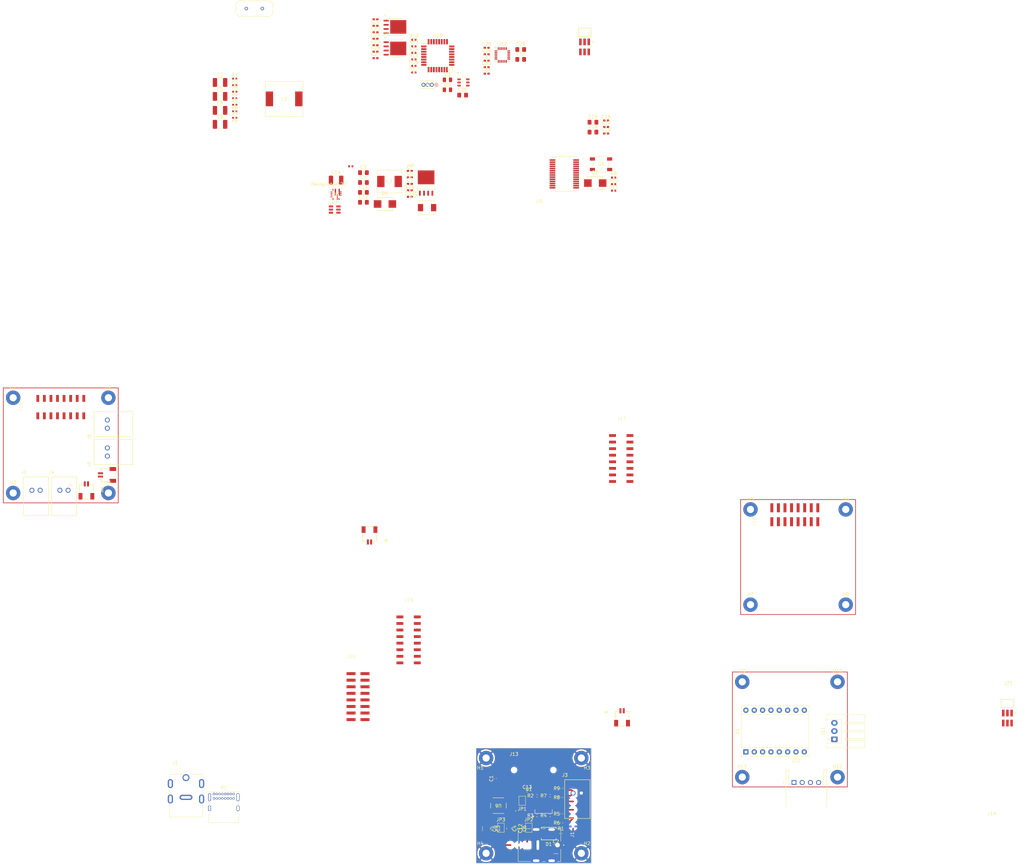
<source format=kicad_pcb>
(kicad_pcb (version 20240108) (generator "pcbnew") (generator_version "8.0")
  (layers (0 "F.Cu" signal) (31 "B.Cu" signal) (34 "B.Paste" user) (35 "F.Paste" user) (36 "B.SilkS" user "B.Silkscreen") (37 "F.SilkS" user "F.Silkscreen") (38 "B.Mask" user) (39 "F.Mask" user) (44 "Edge.Cuts" user))
  (net 0 "")
  (net 1 "GND")
  (net 2 "+5V_POW")
  (net 3 "M1")
  (net 4 "DIR")
  (net 5 "M0")
  (net 6 "STP_A2")
  (net 7 "STP_B1")
  (net 8 "STEP")
  (net 10 "STP_A1")
  (net 11 "+12V")
  (net 13 "M2")
  (net 14 "STP_B2")
  (net 15 "Net-(U3-BOOT)")
  (net 16 "Net-(U3-SW)")
  (net 17 "Net-(U3-FB)")
  (net 18 "PWR_IN_PROT")
  (net 19 "GND3")
  (net 20 "GND2")
  (net 21 "Net-(U3-SS)")
  (net 22 "Net-(U4-SW)")
  (net 23 "Net-(U4-VBST)")
  (net 24 "+5V_USBC")
  (net 25 "+3V3")
  (net 26 "Net-(P1-SHIELD)")
  (net 27 "Quartz_1")
  (net 28 "Quartz_2")
  (net 29 "ADC0")
  (net 30 "ADC1")
  (net 31 "ADC2")
  (net 32 "ADC3")
  (net 33 "+24V")
  (net 34 "LED_0")
  (net 35 "Net-(D3-K)")
  (net 36 "LED_1")
  (net 37 "Net-(D4-K)")
  (net 38 "Fan_Versorgung")
  (net 39 "Net-(U7-OUT2)")
  (net 40 "Net-(U7-OUT1)")
  (net 41 "Net-(U8-D)")
  (net 42 "Net-(U9-D)")
  (net 43 "MOSI")
  (net 44 "SDA")
  (net 45 "RESET")
  (net 46 "TXD")
  (net 47 "RXD")
  (net 48 "SCL")
  (net 49 "MISO")
  (net 50 "SCK")
  (net 51 "USBD-")
  (net 52 "USBD+")
  (net 53 "Net-(P1-VCONN)")
  (net 54 "Net-(P1-CC)")
  (net 55 "Net-(U1-G)")
  (net 56 "Net-(U3-PG)")
  (net 57 "Net-(U3-MODE)")
  (net 58 "Net-(U4-VFB)")
  (net 59 "AREF")
  (net 75 "unconnected-(U6-Pad3)")
  (net 77 "FAN_01_PWM_clockwise")
  (net 78 "FAN_01_PWM_counterclockwise")
  (net 79 "FAN_2_PWM")
  (net 80 "FAN_3_PWM")
  (net 85 "BLT_Switch")
  (net 87 "BLT_Servo")
  (footprint "Resistor_SMD:R_0402_1005Metric" (layer "F.Cu") (at 185.5 140.69 90)
    (property "Reference" "R8")
    (property "Value" "10k")
  )
  (footprint "MountingHole:MountingHole_2.2mm_M2_Pad_TopBottom" (layer "F.Cu") (at 269.5 105.5)
    (property "Reference" "H10")
    (property "Value" "MountHole")
  )
  (footprint "Resistor_SMD:R_0402_1005Metric" (layer "F.Cu") (at 182 140.2 180)
    (property "Reference" "R7")
    (property "Value" "54.9k")
  )
  (footprint "Capacitor_SMD:C_1210_3225Metric_Pad1.33x2.70mm_HandSolder" (layer "F.Cu") (at 116.83 -47.27)
    (property "Reference" "C14")
    (property "Value" "22µF")
  )
  (footprint "Imported_Component_Footprints:TPM16050_S6TR" (layer "F.Cu") (at 155.604 -76.9935)
    (property "Reference" "U7")
    (property "Value" "TPM16050-S6TR")
  )
  (footprint "Resistor_SMD:R_0402_1005Metric" (layer "F.Cu") (at 185.25 151.7 -90)
    (property "Reference" "R1")
    (property "Value" "100k")
  )
  (footprint "Capacitor_SMD:C_0402_1005Metric_Pad0.74x0.62mm_HandSolder" (layer "F.Cu") (at 139.3 -46.12)
    (property "Reference" "C7")
    (property "Value" "100nF")
  )
  (footprint "Resistor_SMD:R_0402_1005Metric" (layer "F.Cu") (at 140.51 -80.04)
    (property "Reference" "R17")
    (property "Value" "330")
  )
  (footprint "Capacitor_SMD:C_0805_2012Metric_Pad1.18x1.45mm_HandSolder" (layer "F.Cu") (at 173.03 -87.03)
    (property "Reference" "C29")
    (property "Value" "4.7uF")
  )
  (footprint "Capacitor_SMD:C_0402_1005Metric_Pad0.74x0.62mm_HandSolder" (layer "F.Cu") (at 199.05 -61.47)
    (property "Reference" "C18")
    (property "Value" "100nF")
  )
  (footprint "LED_SMD:LED_0805_2012Metric" (layer "F.Cu") (at 150.74 -77.815)
    (property "Reference" "D3")
    (property "Value" "YELLOW")
  )
  (footprint "MountingHole:MountingHole_2.2mm_M2_Pad_TopBottom" (layer "F.Cu") (at 240.5 105.5)
    (property "Reference" "H9")
    (property "Value" "MountHole")
  )
  (footprint "Resistor_SMD:R_0402_1005Metric" (layer "F.Cu") (at 140.51 -84.02)
    (property "Reference" "R15")
    (property "Value" "4k7")
  )
  (footprint "Resistor_SMD:R_0402_1005Metric" (layer "F.Cu") (at 201.34 -48.03)
    (property "Reference" "R9")
    (property "Value" "5k1")
  )
  (footprint "Capacitor_SMD:C_1210_3225Metric_Pad1.33x2.70mm_HandSolder" (layer "F.Cu") (at 81.5 -68.5)
    (property "Reference" "C8")
    (property "Value" "47µF")
  )
  (footprint "Capacitor_SMD:C_0402_1005Metric_Pad0.74x0.62mm_HandSolder" (layer "F.Cu") (at 128.83 -94.24)
    (property "Reference" "C22")
    (property "Value" "18pF")
  )
  (footprint "Capacitor_SMD:C_0402_1005Metric_Pad0.74x0.62mm_HandSolder" (layer "F.Cu") (at 128.83 -86.36)
    (property "Reference" "C26")
    (property "Value" "0.1µF")
  )
  (footprint "Capacitor_SMD:C_0402_1005Metric_Pad0.74x0.62mm_HandSolder" (layer "F.Cu") (at 128.83 -88.33)
    (property "Reference" "C25")
    (property "Value" "0.1µF")
  )
  (footprint "Sensor_Motion:InvenSense_QFN-24_4x4mm_P0.5mm" (layer "F.Cu") (at 167.45 -85.36)
    (property "Reference" "U12")
    (property "Value" "MPU-6050")
  )
  (footprint "MountingHole:MountingHole_2.2mm_M2_Pad_TopBottom" (layer "F.Cu") (at 243 82)
    (property "Reference" "H7")
    (property "Value" "MountHole")
  )
  (footprint "CustomFotLibByJan:BF100-16-A-D-1-0640-L-C" (layer "F.Cu") (at 26 24.5 90)
    (property "Reference" "J16")
    (property "Value" "Steckverbinder_Male_1")
  )
  (footprint "Imported_Component_Footprints:FTSH-103-01-L-DH" (layer "F.Cu") (at 192.485 -87.825)
    (property "Reference" "J14")
    (property "Value" "Microstepping")
  )
  (footprint "Imported_Component_Footprints:SZ1SMB5927BT3G" (layer "F.Cu") (at 144.5292 -38.8836)
    (property "Reference" "U2")
    (property "Value" "SZ1SMB5927BT3G")
  )
  (footprint "Capacitor_SMD:C_0402_1005Metric_Pad0.74x0.62mm_HandSolder" (layer "F.Cu") (at 128.83 -90.3)
    (property "Reference" "C24")
    (property "Value" "0.1µF")
  )
  (footprint "MountingHole:MountingHole_2.2mm_M2_Pad_TopBottom" (layer "F.Cu") (at 272 53)
    (property "Reference" "H6")
    (property "Value" "MountHole")
  )
  (footprint "Resistor_SMD:R_0402_1005Metric" (layer "F.Cu") (at 140.51 -82.03)
    (property "Reference" "R16")
    (property "Value" "330")
  )
  (footprint "Resistor_SMD:R_0402_1005Metric" (layer "F.Cu") (at 85.96 -66.19)
    (property "Reference" "R7")
    (property "Value" "54.9k")
  )
  (footprint "Imported_Component_Footprints:RJK0456DPB_00_J5" (layer "F.Cu") (at 134.745 -87.3511)
    (property "Reference" "U9")
    (property "Value" "RJK0456DPB-00-J5")
  )
  (footprint "Capacitor_SMD:C_0402_1005Metric_Pad0.74x0.62mm_HandSolder" (layer "F.Cu") (at 128.83 -96.21)
    (property "Reference" "C21" (hide yes))
    (property "Value" "100nF")
  )
  (footprint "Resistor_SMD:R_0402_1005Metric" (layer "F.Cu") (at 185.5 145.69 -90)
    (property "Reference" "R5")
    (property "Value" "30.1k")
  )
  (footprint "Resistor_SMD:R_0402_1005Metric" (layer "F.Cu") (at 140.51 -89.99)
    (property "Reference" "R12")
    (property "Value" "4k7")
  )
  (footprint "Resistor_SMD:R_0402_1005Metric" (layer "F.Cu") (at 121.29 -51.47)
    (property "Reference" "R8")
    (property "Value" "10k")
  )
  (footprint "Capacitor_SMD:C_1210_3225Metric_Pad1.33x2.70mm_HandSolder" (layer "F.Cu") (at 183.75 156.45)
    (property "Reference" "C2")
    (property "Value" "22nF")
  )
  (footprint "MountingHole:MountingHole_2.2mm_M2_Pad_TopBottom" (layer "F.Cu") (at 240.5 134.5)
    (property "Reference" "H11")
    (property "Value" "MountHole")
  )
  (footprint "Module:Pololu_Breakout-16_15.2x20.3mm" (layer "F.Cu") (at 241.61 126.84 90)
    (property "Reference" "A1")
    (property "Value" "Pololu_Breakout_DRV8825")
  )
  (footprint "MountingHole:MountingHole_2.2mm_M2_Pad_TopBottom" (layer "F.Cu") (at 47.5 19)
    (property "Reference" "H2")
    (property "Value" "MountHole")
  )
  (footprint "Imported_Component_Footprints:665102131822" (layer "F.Cu") (at 127 61 180)
    (property "Reference" "J8")
    (property "Value" "T2")
  )
  (footprint "Imported_Component_Footprints:RJK0456DPB_00_J5" (layer "F.Cu") (at 134.745 -93.9137)
    (property "Reference" "U8" (hide yes))
    (property "Value" "RJK0456DPB-00-J5")
  )
  (footprint "MountingHole:MountingHole_2.2mm_M2_Pad_TopBottom" (layer "F.Cu") (at 18.5 19)
    (property "Reference" "H1")
    (property "Value" "MountHole")
  )
  (footprint "Imported_Component_Footprints:665102131822" (layer "F.Cu") (at 47 42.5 90)
    (property "Reference" "J10")
    (property "Value" "T3")
  )
  (footprint "Capacitor_SMD:C_1210_3225Metric_Pad1.33x2.70mm_HandSolder" (layer "F.Cu") (at 81.5 -77)
    (property "Reference" "C2")
    (property "Value" "22nF")
  )
  (footprint "Imported_Component_Footprints:665102131822" (layer "F.Cu") (at 203.9 116.225)
    (property "Reference" "J9")
    (property "Value" "T2")
  )
  (footprint "Capacitor_SMD:C_0402_1005Metric_Pad0.74x0.62mm_HandSolder" (layer "F.Cu") (at 199.05 -65.41)
    (property "Reference" "C16")
    (property "Value" "100nF")
  )
  (footprint "Imported_Component_Footprints:CONN_S2B-XH-A-1LFSN_JST" (layer "F.Cu") (at 189 139.375)
    (property "Reference" "J3")
    (property "Value" "FAN0")
  )
  (footprint "Imported_Component_Footprints:CONN_S2B-XH-A-1LFSN_JST" (layer "F.Cu") (at 32.725 47.1715)
    (property "Reference" "J4")
    (property "Value" "FAN1")
  )
  (footprint "Resistor_SMD:R_0402_1005Metric" (layer "F.Cu") (at 85.96 -72.16)
    (property "Reference" "R4")
    (property "Value" "1k58")
  )
  (footprint "Jumper:SolderJumper-2_P1.3mm_Bridged_Pad1.0x1.5mm" (layer "F.Cu") (at 175.5 149.91 90)
    (property "Reference" "JP2")
    (property "Value" "MEASO")
  )
  (footprint "Resistor_SMD:R_0402_1005Metric" (layer "F.Cu") (at 185.5 148.45 -90)
    (property "Reference" "R6")
    (property "Value" "10")
  )
  (footprint "Imported_Component_Footprints:CUI_PJ-082BH" (layer "F.Cu") (at 175 155.2 -90)
    (property "Reference" "J1")
    (property "Value" "PJ-082BH")
  )
  (footprint "LED_SMD:LED_0805_2012Metric" (layer "F.Cu") (at 150.74 -74.775)
    (property "Reference" "D4")
    (property "Value" "YELLOW")
  )
  (footprint "Capacitor_SMD:C_1210_3225Metric_Pad1.33x2.70mm_HandSolder" (layer "F.Cu") (at 162.75 150.18 -90)
    (property "Reference" "C5")
    (property "Value" "10µF")
  )
  (footprint "Imported_Component_Footprints:XTAL_ECS-160-18-4X-CKM" (layer "F.Cu") (at 91.94 -99.5)
    (property "Reference" "Y1" (hide yes))
    (property "Value" "ECS-160-18-4X-CKM")
  )
  (footprint "Imported_Component_Footprints:824521241" (layer "F.Cu") (at 195.735 -46.365)
    (property "Reference" "D2")
    (property "Value" "WE-TVSP_DO-214AA_600W_BI")
  )
  (footprint "CustomFotLibByJan:BF100-16-A-D-1-0640-L-C" (layer "F.Cu") (at 136.253499 85.725)
    (property "Reference" "J19")
    (property "Value" "Steckverbinder_Male_2")
  )
  (footprint "Imported_Component_Footprints:JST_XH_S3B-XH-A_1x03_P2.50mm_Horizontal" (layer "F.Cu") (at 268.55 123 90)
    (property "Reference" "J11")
    (property "Value" "Servo Motor SM")
  )
  (footprint "MountingHole:MountingHole_2.2mm_M2_Pad_TopBottom" (layer "F.Cu") (at 18.5 48)
    (property "Reference" "H3")
    (property "Value" "MountHole")
  )
  (footprint "Resistor_SMD:R_0402_1005Metric" (layer "F.Cu") (at 85.96 -74.15)
    (property "Reference" "R3")
    (property "Value" "30k")
  )
  (footprint "Capacitor_SMD:C_0402_1005Metric_Pad0.74x0.62mm_HandSolder" (layer "F.Cu") (at 162.67 -81.64)
    (property "Reference" "C33")
    (property "Value" "100nF")
  )
  (footprint "MountingHole:MountingHole_2.2mm_M2_Pad_TopBottom" (layer "F.Cu") (at 191.5 157.7)
    (property "Reference" "H2")
    (property "Value" "MountHole")
  )
  (footprint "Resistor_SMD:R_0402_1005Metric" (layer "F.Cu") (at 85.96 -78.13)
    (property "Reference" "R1")
    (property "Value" "100k")
  )
  (footprint "CustomFotLibByJan:BF030-16A-B1-0360-0277-0600-LB" (layer "F.Cu") (at 121.375 103)
    (property "Reference" "J20")
    (property "Value" "Steckverbinder_Female_2")
  )
  (footprint "Resistor_SMD:R_0402_1005Metric" (layer "F.Cu") (at 201.34 -46.04)
    (property "Reference" "R10")
    (property "Value" "5k1")
  )
  (footprint "Imported_Component_Footprints:FTS_103_01_F_S" (layer "F.Cu") (at 145.9702 -76.295)
    (property "Reference" "J2")
    (property "Value" "Fan_12/5V_Regelung")
  )
  (footprint "Imported_Component_Footprints:824521241" (layer "F.Cu") (at 131.705 -39.995)
    (property "Reference" "D1")
    (property "Value" "WE-TVSP_DO-214AA_600W_BI")
  )
  (footprint "Imported_Component_Footprints:IHLP2525CZER3R3M11" (layer "F.Cu") (at 133.0969 -46.8493)
    (property "Reference" "L2")
    (property "Value" "3.3µH")
  )
  (footprint "Imported_Component_Footprints:TPS56837HRPAR" (layer "F.Cu") (at 116.825002 -42.920001)
    (property "Reference" "U3")
    (property "Value" "TPS56837HRPAR")
  )
  (footprint "Capacitor_SMD:C_0805_2012Metric_Pad1.18x1.45mm_HandSolder" (layer "F.Cu") (at 173.03 -84.02)
    (property "Reference" "C32")
    (property "Value" "4.7uF")
  )
  (footprint "Imported_Component_Footprints:SW_PTS647SM38SMTR2LFS_CNK" (layer "F.Cu") (at 166.25 143.2 180)
    (property "Reference" "U6")
    (property "Value" "PTS647SM38SMTR2LFS")
  )
  (footprint "Imported_Component_Footprints:FTSH-103-01-L-DH" (layer "F.Cu") (at 321.23 116.525)
    (property "Reference" "J21")
    (property "Value" "ISP")
  )
  (footprint "Imported_Component_Footprints:824521241" (layer "F.Cu") (at 181.5625 151.7 180)
    (property "Reference" "D1")
    (property "Value" "WE-TVSP_DO-214AA_600W_BI")
  )
  (footprint "Capacitor_SMD:C_0805_2012Metric_Pad1.18x1.45mm_HandSolder" (layer "F.Cu") (at 195.04 -64.89)
    (property "Reference" "C15")
    (property "Value" "10µF")
  )
  (footprint "Capacitor_SMD:C_0402_1005Metric_Pad0.74x0.62mm_HandSolder" (layer "F.Cu") (at 162.67 -85.58)
    (property "Reference" "C30")
    (property "Value" "100nF")
  )
  (footprint "Capacitor_SMD:C_0805_2012Metric_Pad1.18x1.45mm_HandSolder" (layer "F.Cu") (at 195.04 -61.88)
    (property "Reference" "C19")
    (property "Value" "1uF")
  )
  (footprint "Capacitor_SMD:C_0402_1005Metric_Pad0.74x0.62mm_HandSolder" (layer "F.Cu") (at 199.05 -63.44)
    (property "Reference" "C17")
    (property "Value" "100nF")
  )
  (footprint "Imported_Component_Footprints:JST_S4B-XH-A-1" (layer "F.Cu") (at 260 138)
    (property "Reference" "J12")
    (property "Value" "Stepper Motor")
  )
  (footprint "CustomFotLibByJan:BF030-16A-B1-0360-0277-0600-LB" (layer "F.Cu") (at 249.5 56.75 90)
    (property "Reference" "J18")
    (property "Value" "Steckverbinder_Female_2")
  )
  (footprint "Capacitor_SMD:C_0805_2012Metric_Pad1.18x1.45mm_HandSolder" (layer "F.Cu") (at 164.5 150.16 -90)
    (property "Reference" "C3")
    (property "Value" "10µF")
  )
  (footprint "Capacitor_SMD:C_0805_2012Metric_Pad1.18x1.45mm_HandSolder" (layer "F.Cu") (at 125.15 -43.52)
    (property "Reference" "C11")
    (property "Value" "10µF")
  )
  (footprint "Imported_Component_Footprints:CONN_S2B-XH-A-1LFSN_JST" (layer "F.Cu") (at 47.1715 36.775 90)
    (property "Reference" "J5")
    (property "Value" "FAN2")
  )
  (footprint "MountingHole:MountingHole_2.2mm_M2_Pad_TopBottom" (layer "F.Cu") (at 162.5 128.7)
    (property "Reference" "H1")
    (property "Value" "MountHole")
  )
  (footprint "Imported_Component_Footprints:SW_PTS647SM38SMTR2LFS_CNK" (layer "F.Cu") (at 197.4911 -52.0969)
    (property "Reference" "U6")
    (property "Value" "PTS647SM38SMTR2LFS")
  )
  (footprint "Imported_Component_Footprints:SPM10040T_4R7M_HZ" (layer "F.Cu") (at 101 -72)
    (property "Reference" "L1")
    (property "Value" "4.7µH")
  )
  (footprint "Capacitor_SMD:C_1210_3225Metric_Pad1.33x2.70mm_HandSolder" (layer "F.Cu") (at 81.5 -72.75)
    (property "Reference" "C5")
    (property "Value" "10µF")
  )
  (footprint "Jumper:SolderJumper-2_P1.3mm_Bridged_Pad1.0x1.5mm" (layer "F.Cu") (at 173.5 141.7 90)
    (property "Reference" "JP1")
    (property "Value" "MEASO")
  )
  (footprint "Capacitor_SMD:C_0402_1005Metric_Pad0.74x0.62mm_HandSolder" (layer "F.Cu") (at 139.3 -48.09)
    (property "Reference" "C6")
    (property "Value" "100nF")
  )
  (footprint "Imported_Component_Footprints:CUI_PJ-082BH" (layer "F.Cu") (at 71.125 143.925)
    (property "Reference" "J1")
    (property "Value" "PJ-082BH")
  )
  (footprint "Capacitor_SMD:C_1210_3225Metric_Pad1.33x2.70mm_HandSolder" (layer "F.Cu") (at 81.5 -64.25)
    (property "Reference" "C9")
    (property "Value" "22nF")
  )
  (footprint "Capacitor_SMD:C_0805_2012Metric_Pad1.18x1.45mm_HandSolder" (layer "F.Cu") (at 125.15 -46.53)
    (property "Reference" "C4")
    (property "Value" "10µF")
  )
  (footprint "Capacitor_SMD:C_0402_1005Metric_Pad0.74x0.62mm_HandSolder" (layer "F.Cu") (at 173 150.16 -90)
    (property "Reference" "C6")
    (property "Value" "100nF")
  )
  (footprint "MountingHole:MountingHole_2.2mm_M2_Pad_TopBottom" (layer "F.Cu") (at 47.5 48)
    (property "Reference" "H4")
    (property "Value" "MountHole")
  )
  (footprint "MountingHole:MountingHole_2.2mm_M2_Pad_TopBottom" (layer "F.Cu") (at 191.5 128.7)
    (property "Reference" "H3")
    (property "Value" "MountHole")
  )
  (footprint "CustomFotLibByJan:BF100-16-A-D-1-0640-L-C" (layer "F.Cu") (at 201 30.5)
    (property "Reference" "J17")
    (property "Value" "Steckverbinder_Male_2")
  )
  (footprint "Resistor_SMD:R_0402_1005Metric" (layer "F.Cu") (at 85.96 -70.17)
    (property "Reference" "R5")
    (property "Value" "30.1k")
  )
  (footprint "Resistor_SMD:R_0402_1005Metric" (layer "F.Cu") (at 85.96 -76.14)
    (property "Reference" "R2")
    (property "Value" "100k")
  )
  (footprint "MountingHole:MountingHole_2.2mm_M2_Pad_TopBottom" (layer "F.Cu") (at 272 82)
    (property "Reference" "H8")
    (property "Value" "MountHole")
  )
  (footprint "Capacitor_SMD:C_0805_2012Metric_Pad1.18x1.45mm_HandSolder" (layer "F.Cu") (at 125.15 -49.54)
    (property "Reference" "C3")
    (property "Value" "10µF")
  )
  (footprint "Resistor_SMD:R_0402_1005Metric" (layer "F.Cu") (at 85.96 -68.18)
    (property "Reference" "R6")
    (property "Value" "10")
  )
  (footprint "Package_SO:SSOP-28_5.3x10.2mm_P0.65mm" (layer "F.Cu") (at 186.31 -49.15)
    (property "Reference" "U5")
    (property "Value" "FT232RL")
  )
  (footprint "Capacitor_SMD:C_0402_1005Metric_Pad0.74x0.62mm_HandSolder" (layer "F.Cu") (at 139.3 -44.15)
    (property "Reference" "C10")
    (property "Value" "100nF")
  )
  (footprint "Capacitor_SMD:C_0402_1005Metric_Pad0.74x0.62mm_HandSolder" (layer "F.Cu") (at 128.83 -92.27)
    (property "Reference" "C23")
    (property "Value" "18pF")
  )
  (footprint "Resistor_SMD:R_0402_1005Metric" (layer "F.Cu") (at 177.99 146.2)
    (property "Reference" "R3")
    (property "Value" "30k")
  )
  (footprint "Imported_Component_Footprints:SQJ409EP_T1_GE3" (layer "F.Cu") (at 180 143.19)
    (property "Reference" "U1")
    (property "Value" "SQJ409EP-T1_GE3")
  )
  (footprint "Jumper:SolderJumper-2_P1.3mm_Bridged_Pad1.0x1.5mm" (layer "F.Cu") (at 167 149.91 90)
    (property "Reference" "JP3")
    (property "Value" "MEASO")
  )
  (footprint "Capacitor_SMD:C_0402_1005Metric_Pad0.74x0.62mm_HandSolder" (layer "F.Cu") (at 162.67 -87.55)
    (property "Reference" "C28")
    (property "Value" "100nF")
  )
  (footprint "Imported_Component_Footprints:CONN_S2B-XH-A-1LFSN_JST" (layer "F.Cu") (at 47.1715 28.275 90)
    (property "Reference" "J6")
    (property "Value" "FAN3")
  )
  (footprint "MountingHole:MountingHole_2.2mm_M2_Pad_TopBottom" (layer "F.Cu") (at 162.5 157.7)
    (property "Reference" "H4")
    (property "Value" "MountHole")
  )
  (footprint "Capacitor_SMD:C_0402_1005Metric_Pad0.74x0.62mm_HandSolder" (layer "F.Cu") (at 128.83 -84.39)
    (property "Reference" "C27")
    (property "Value" "0.1µF")
  )
  (footprint "Capacitor_SMD:C_0402_1005Metric_Pad0.74x0.62mm_HandSolder" (layer "F.Cu") (at 175.02 138.7)
    (property "Reference" "C13")
    (property "Value" "100nF")
  )
  (footprint "Resistor_SMD:R_0402_1005Metric" (layer "F.Cu") (at 185.5 137.94 90)
    (property "Reference" "R9")
    (property "Value" "5k1")
  )
  (footprint "MountingHole:MountingHole_2.2mm_M2_Pad_TopBottom" (layer "F.Cu") (at 243 53)
    (property "Reference" "H5")
    (property "Value" "MountHole")
  )
  (footprint "MountingHole:MountingHole_2.2mm_M2_Pad_TopBottom" (layer "F.Cu") (at 269.5 134.5)
    (property "Reference" "H12")
    (property "Value" "MountHole")
  )
  (footprint "Connector_USB:USB_C_Receptacle_GCT_USB4085" (layer "F.Cu") (at 79.65 139.65)
    (property "Reference" "P1")
    (property "Value" "USB_C_Plug_USB2.0")
  )
  (footprint "Resistor_SMD:R_0402_1005Metric" (layer "F.Cu") (at 201.34 -44.05)
    (property "Reference" "R11")
    (property "Value" "10k")
  )
  (footprint "Capacitor_SMD:C_0402_1005Metric_Pad0.74x0.62mm_HandSolder" (layer "F.Cu") (at 139.3 -42.18)
    (property "Reference" "C13")
    (property "Value" "100nF")
  )
  (footprint "Capacitor_SMD:C_0805_2012Metric_Pad1.18x1.45mm_HandSolder" (layer "F.Cu") (at 155.35 -73.15)
    (property "Reference" "C20")
    (property "Value" "4.7uF")
  )
  (footprint "Imported_Component_Footprints:665102131822" (layer "F.Cu") (at 40.8 47.145)
    (property "Reference" "J7")
    (property "Value" "T2")
  )
  (footprint "Imported_Component_Footprints:CONN_S2B-XH-A-1LFSN_JST" (layer "F.Cu") (at 24.225 47.1715)
    (property "Reference" "J3")
    (property "Value" "FAN0")
  )
  (footprint "Capacitor_SMD:C_0805_2012Metric_Pad1.18x1.45mm_HandSolder" (layer "F.Cu") (at 125.15 -40.51)
    (property "Reference" "C12")
    (property "Value" "10µF")
  )
  (footprint "Capacitor_SMD:C_0402_1005Metric_Pad0.74x0.62mm_HandSolder" (layer "F.Cu") (at 139.3 -50.06)
    (property "Reference" "C1")
    (property "Value" "100nF")
  )
  (footprint "Capacitor_SMD:C_0805_2012Metric_Pad1.18x1.45mm_HandSolder" (layer "F.Cu") (at 169.5 150.14 -90)
    (property "Reference" "C4")
    (property "Value" "10µF")
  )
  (footprint "Package_QFP:TQFP-32_7x7mm_P0.8mm" (layer "F.Cu") (at 147.79 -85.16)
    (property "Reference" "U10")
    (property "Value" "ATmega328PB-A")
  )
  (footprint "Capacitor_SMD:C_0402_1005Metric_Pad0.74x0.62mm_HandSolder" (layer "F.Cu") (at 165.25 134.95 90)
    (property "Reference" "C1")
    (property "Value" "100nF")
  )
  (footprint "Resistor_SMD:R_0402_1005Metric" (layer "F.Cu") (at 178 140.2)
    (property "Reference" "R2")
    (property "Value" "100k")
  )
  (footprint "CustomFotLibByJan:BF100-16-A-D-1-0640-L-C" (layer "F.Cu") (at 170 135 90)
    (property "Reference" "J13")
    (property "Value" "Steckverbinder_Male_1")
  )
  (footprint "Capacitor_SMD:C_0402_1005Metric_Pad0.74x0.62mm_HandSolder" (layer "F.Cu") (at 162.67 -83.61)
    (property "Reference" "C31")
    (property "Value" "100nF")
  )
  (footprint "Resistor_SMD:R_0402_1005Metric" (layer "F.Cu") (at 140.51 -86.01)
    (property "Reference" "R14")
    (property "Value" "4k7")
  )
  (footprint "Capacitor_SMD:C_0805_2012Metric_Pad1.18x1.45mm_HandSolder" (layer "F.Cu") (at 171.25 150.14 -90)
    (property "Reference" "C12")
    (property "Value" "10µF")
  )
  (footprint "Capacitor_SMD:C_0402_1005Metric_Pad0.74x0.62mm_HandSolder" (layer "F.Cu") (at 162.67 -79.67)
    (property "Reference" "C34")
    (property "Value" "100nF")
  )
  (footprint "Package_TO_SOT_SMD:SOT-23-6" (layer "F.Cu") (at 116.4 -38.295)
    (property "Reference" "U4")
    (property "Value" "TPS565208")
  )
  (footprint "Resistor_SMD:R_0402_1005Metric" (layer "F.Cu") (at 140.51 -88)
    (property "Reference" "R13")
    (property "Value" "4k7")
  )
  (footprint "Resistor_SMD:R_0402_1005Metric" (layer "F.Cu") (at 181.99 146.2 180)
    (property "Reference" "R4")
    (property "Value" "1k58")
  )
  (footprint "Imported_Component_Footprints:SQJ409EP_T1_GE3" (layer "F.Cu") (at 144.2371 -46.8874)
    (property "Reference" "U1")
    (property "Value" "SQJ409EP-T1_GE3")
  )
  (gr_rect (start 237.5 102.5) (end 272.5 137.5) (stroke (width 0.2)) (fill none) (layer "F.Cu"))
  (gr_rect (start 240 50) (end 275 85) (stroke (width 0.2)) (fill none) (layer "F.Cu"))
  (gr_rect (start 15.5 16) (end 50.5 51) (stroke (width 0.2)) (fill none) (layer "F.Cu"))
  (gr_rect (start 159.5 125.7) (end 194.5 160.7) (stroke (width 0.1)) (fill none) (layer "Edge.Cuts"))
  (segment (start 178.25 147.45) (end 177.48 146.68) (width 0.5) (layer "F.Cu") (net 0))
  (segment (start 178.69 151.7) (end 178.25 151.26) (width 0.5) (layer "F.Cu") (net 0))
  (segment (start 169.52 149.68) (end 169.5 149.66) (width 0.5) (layer "F.Cu") (net 0))
  (segment (start 175.5 149.26) (end 174.44 149.26) (width 0.5) (layer "F.Cu") (net 0))
  (segment (start 182.15 143.69) (end 184.74 143.69) (width 0.3) (layer "F.Cu") (net 0))
  (segment (start 167 145.2) (end 167 139.2) (width 0.5) (layer "F.Cu") (net 0))
  (segment (start 185.5 145.18) (end 186.27 145.18) (width 0.5) (layer "F.Cu") (net 0))
  (segment (start 174 137.2) (end 174 135) (width 0.5) (layer "F.Cu") (net 0))
  (segment (start 186.27 145.18) (end 187 144.45) (width 0.5) (layer "F.Cu") (net 0))
  (segment (start 182.15 144.19) (end 184.24 144.19) (width 0.3) (layer "F.Cu") (net 0))
  (segment (start 188.995 144.45) (end 189 144.455) (width 0.5) (layer "F.Cu") (net 0))
  (segment (start 182.15 140.56) (end 182.51 140.2) (width 0.3) (layer "F.Cu") (net 0))
  (segment (start 184.25 140.7) (end 184.77 140.18) (width 0.3) (layer "F.Cu") (net 0))
  (segment (start 175 152.45) (end 175.5 151.95) (width 0.5) (layer "F.Cu") (net 0))
  (segment (start 184.25 142.313604) (end 184.25 140.7) (width 0.3) (layer "F.Cu") (net 0))
  (segment (start 174.02 149.68) (end 173 149.68) (width 0.5) (layer "F.Cu") (net 0))
  (segment (start 177.85 142.19) (end 177.85 140.56) (width 0.3) (layer "F.Cu") (net 0))
  (segment (start 178.25 147.45) (end 180 147.45) (width 0.5) (layer "F.Cu") (net 0))
  (segment (start 173 149.68) (end 171.27 149.68) (width 0.5) (layer "F.Cu") (net 0))
  (segment (start 180 138.2) (end 179.170001 138.2) (width 0.5) (layer "F.Cu") (net 0))
  (segment (start 167 139.2) (end 167.5 138.7) (width 0.5) (layer "F.Cu") (net 0))
  (segment (start 188.055 147.94) (end 189 146.995) (width 0.5) (layer "F.Cu") (net 0))
  (segment (start 184.77 140.18) (end 185.5 140.18) (width 0.3) (layer "F.Cu") (net 0))
  (segment (start 180 147.45) (end 181.569999 147.45) (width 0.5) (layer "F.Cu") (net 0))
  (segment (start 187 144.45) (end 188.995 144.45) (width 0.5) (layer "F.Cu") (net 0))
  (segment (start 184.74 143.69) (end 185.5 144.45) (width 0.3) (layer "F.Cu") (net 0))
  (segment (start 183.873604 142.69) (end 184.25 142.313604) (width 0.3) (layer "F.Cu") (net 0))
  (segment (start 189 138.95) (end 188.5 138.45) (width 0.5) (layer "F.Cu") (net 0))
  (segment (start 182.15 142.19) (end 182.15 140.56) (width 0.3) (layer "F.Cu") (net 0))
  (segment (start 178.25 150.2) (end 178.25 151.26) (width 0.5) (layer "F.Cu") (net 0))
  (segment (start 174.44 149.26) (end 174.02 149.68) (width 0.5) (layer "F.Cu") (net 0))
  (segment (start 188.195 140.18) (end 189 139.375) (width 0.5) (layer "F.Cu") (net 0))
  (segment (start 185.5 144.45) (end 185.5 145.18) (width 0.3) (layer "F.Cu") (net 0))
  (segment (start 188.5 138.45) (end 185.5 138.45) (width 0.5) (layer "F.Cu") (net 0))
  (segment (start 181.569999 147.45) (end 182.5 146.519999) (width 0.5) (layer "F.Cu") (net 0))
  (segment (start 169.4 145.5) (end 167.3 145.5) (width 0.5) (layer "F.Cu") (net 0))
  (segment (start 180.829999 138.2) (end 182.51 139.880001) (width 0.5) (layer "F.Cu") (net 0))
  (segment (start 182.51 139.880001) (end 182.51 140.2) (width 0.5) (layer "F.Cu") (net 0))
  (segment (start 171.35 147.45) (end 178.25 147.45) (width 0.5) (layer "F.Cu") (net 0))
  (segment (start 174 135) (end 174 129.7) (width 0.5) (layer "F.Cu") (net 0))
  (segment (start 182.15 143.69) (end 181.375 143.69) (width 0.3) (layer "F.Cu") (net 0))
  (segment (start 185.5 146.2) (end 186.25 146.2) (width 0.5) (layer "F.Cu") (net 0))
  (segment (start 169.5 145.6) (end 169.4 145.5) (width 0.5) (layer "F.Cu") (net 0))
  (segment (start 175 155.2) (end 175 152.45) (width 0.5) (layer "F.Cu") (net 0))
  (segment (start 178.25 151.26) (end 178.25 155.45) (width 0.5) (layer "F.Cu") (net 0))
  (segment (start 182.15 142.69) (end 183.873604 142.69) (width 0.3) (layer "F.Cu") (net 0))
  (segment (start 185.5 147.94) (end 188.055 147.94) (width 0.5) (layer "F.Cu") (net 0))
  (segment (start 186.25 146.2) (end 187.045 146.995) (width 0.5) (layer "F.Cu") (net 0))
  (segment (start 181.75 134.75) (end 181.75 129.95) (width 0.5) (layer "F.Cu") (net 0))
  (segment (start 167.5 138.7) (end 172.5 138.7) (width 0.5) (layer "F.Cu") (net 0))
  (segment (start 168 155.2) (end 167 154.2) (width 0.5) (layer "F.Cu") (net 0))
  (segment (start 169.92 155.2) (end 168 155.2) (width 0.5) (layer "F.Cu") (net 0))
  (segment (start 171.27 149.68) (end 171.25 149.66) (width 0.5) (layer "F.Cu") (net 0))
  (segment (start 167.3 145.5) (end 167 145.2) (width 0.5) (layer "F.Cu") (net 0))
  (segment (start 177.49 139.880001) (end 177.49 140.2) (width 0.5) (layer "F.Cu") (net 0))
  (segment (start 184.75 146.2) (end 185.5 146.2) (width 0.3) (layer "F.Cu") (net 0))
  (segment (start 184.5 145.95) (end 184.75 146.2) (width 0.3) (layer "F.Cu") (net 0))
  (segment (start 184.5 144.45) (end 184.5 145.95) (width 0.3) (layer "F.Cu") (net 0))
  (segment (start 182.5 146.519999) (end 182.5 146.2) (width 0.5) (layer "F.Cu") (net 0))
  (segment (start 181.75 129.95) (end 182 129.7) (width 0.5) (layer "F.Cu") (net 0))
  (segment (start 167 154.2) (end 167 150.56) (width 0.5) (layer "F.Cu") (net 0))
  (segment (start 173 149.68) (end 169.52 149.68) (width 0.5) (layer "F.Cu") (net 0))
  (segment (start 169.5 149.66) (end 169.5 145.6) (width 0.5) (layer "F.Cu") (net 0))
  (segment (start 185.5 140.18) (end 188.195 140.18) (width 0.5) (layer "F.Cu") (net 0))
  (segment (start 179.170001 138.2) (end 177.49 139.880001) (width 0.5) (layer "F.Cu") (net 0))
  (segment (start 177.85 140.56) (end 177.49 140.2) (width 0.3) (layer "F.Cu") (net 0))
  (segment (start 177.48 146.68) (end 177.48 146.2) (width 0.5) (layer "F.Cu") (net 0))
  (segment (start 179.25 156.45) (end 181.55 156.45) (width 0.5) (layer "F.Cu") (net 0))
  (segment (start 180 147.45) (end 180 138.2) (width 0.5) (layer "F.Cu") (net 0))
  (segment (start 180 138.2) (end 180.829999 138.2) (width 0.5) (layer "F.Cu") (net 0))
  (segment (start 189 139.375) (end 189 138.95) (width 0.5) (layer "F.Cu") (net 0))
  (segment (start 172.5 138.7) (end 174 137.2) (width 0.5) (layer "F.Cu") (net 0))
  (segment (start 181.375 143.69) (end 181 144.065) (width 0.3) (layer "F.Cu") (net 0))
  (segment (start 178.25 155.45) (end 179.25 156.45) (width 0.5) (layer "F.Cu") (net 0))
  (segment (start 175.5 149.26) (end 177.31 149.26) (width 0.5) (layer "F.Cu") (net 0))
  (segment (start 169.4 145.5) (end 171.35 147.45) (width 0.5) (layer "F.Cu") (net 0))
  (segment (start 187.045 146.995) (end 189 146.995) (width 0.5) (layer "F.Cu") (net 0))
  (segment (start 181 145.72) (end 181.48 146.2) (width 0.3) (layer "F.Cu") (net 0))
  (segment (start 181 144.065) (end 181 145.72) (width 0.3) (layer "F.Cu") (net 0))
  (segment (start 177.31 149.26) (end 178.25 150.2) (width 0.5) (layer "F.Cu") (net 0))
  (segment (start 180.625 151.7) (end 178.69 151.7) (width 0.5) (layer "F.Cu") (net 0))
  (segment (start 184.24 144.19) (end 184.5 144.45) (width 0.3) (layer "F.Cu") (net 0))
  (segment (start 175.5 151.95) (end 175.5 150.56) (width 0.5) (layer "F.Cu") (net 0))
  (segment (start 177.85 144.19) (end 177.85 144.94) (width 0.2) (layer "F.Cu") (net 1))
  (segment (start 177.85 144.94) (end 177.6 145.19) (width 0.2) (layer "F.Cu") (net 1))
  (segment (start 175.5 138.7) (end 175.5 145.09) (width 0.2) (layer "F.Cu") (net 1))
  (segment (start 175.5 145.09) (end 175.6 145.19) (width 0.2) (layer "F.Cu") (net 1))
  (segment (start 177 136.99) (end 177 128.19) (width 0.2) (layer "F.Cu") (net 1))
  (segment (start 171.11 143.2) (end 169.4 143.2) (width 0.2) (layer "F.Cu") (net 1))
  (segment (start 184 128.19) (end 184 129.7) (width 0.2) (layer "F.Cu") (net 1))
  (segment (start 175.5 138.7) (end 175.5 138.49) (width 0.2) (layer "F.Cu") (net 1))
  (segment (start 175.6 145.19) (end 173.1 145.19) (width 0.2) (layer "F.Cu") (net 1))
  (segment (start 177.4 127.79) (end 183.6 127.79) (width 0.2) (layer "F.Cu") (net 1))
  (segment (start 173.1 145.19) (end 171.11 143.2) (width 0.2) (layer "F.Cu") (net 1))
  (segment (start 177.6 145.19) (end 175.6 145.19) (width 0.2) (layer "F.Cu") (net 1))
  (segment (start 177 128.19) (end 177.4 127.79) (width 0.2) (layer "F.Cu") (net 1))
  (segment (start 183.6 127.79) (end 184 128.19) (width 0.2) (layer "F.Cu") (net 1))
  (segment (start 175.5 138.49) (end 177 136.99) (width 0.2) (layer "F.Cu") (net 1))
  (segment (start 165.94 149.26) (end 165.52 149.68) (width 0.6) (layer "F.Cu") (net 11))
  (segment (start 172 136.7) (end 172 135) (width 0.5) (layer "F.Cu") (net 11))
  (segment (start 164.5 149.68) (end 162.77 149.68) (width 0.6) (layer "F.Cu") (net 11))
  (segment (start 165.25 145.45) (end 167 147.2) (width 0.5) (layer "F.Cu") (net 11))
  (segment (start 172.5 134.5) (end 172.5 130.2) (width 0.6) (layer "F.Cu") (net 11))
  (segment (start 172 135) (end 172.5 134.5) (width 0.6) (layer "F.Cu") (net 11))
  (segment (start 165.25 137.15) (end 171.55 137.15) (width 0.5) (layer "F.Cu") (net 11))
  (segment (start 172.5 130.2) (end 172 129.7) (width 0.6) (layer "F.Cu") (net 11))
  (segment (start 162.77 149.68) (end 162.75 149.7) (width 0.6) (layer "F.Cu") (net 11))
  (segment (start 165.25 137.15) (end 165.25 145.45) (width 0.5) (layer "F.Cu") (net 11))
  (segment (start 165.52 149.68) (end 164.5 149.68) (width 0.6) (layer "F.Cu") (net 11))
  (segment (start 167 147.2) (end 167 149.26) (width 0.5) (layer "F.Cu") (net 11))
  (segment (start 167 149.26) (end 165.94 149.26) (width 0.6) (layer "F.Cu") (net 11))
  (segment (start 171.55 137.15) (end 172 136.7) (width 0.5) (layer "F.Cu") (net 11))
  (segment (start 179 142.39) (end 179 140.69) (width 0.3) (layer "F.Cu") (net 44))
  (segment (start 180 136.7) (end 180 135) (width 0.3) (layer "F.Cu") (net 44))
  (segment (start 177.85 142.69) (end 177 142.69) (width 0.3) (layer "F.Cu") (net 44))
  (segment (start 180 135) (end 180 129.7) (width 0.5) (layer "F.Cu") (net 44))
  (segment (start 178.7 142.69) (end 179 142.39) (width 0.3) (layer "F.Cu") (net 44))
  (segment (start 176.75 142.44) (end 176.75 139.2) (width 0.3) (layer "F.Cu") (net 44))
  (segment (start 176.75 139.2) (end 178.78 137.17) (width 0.3) (layer "F.Cu") (net 44))
  (segment (start 179.53 137.17) (end 180 136.7) (width 0.3) (layer "F.Cu") (net 44))
  (segment (start 177 142.69) (end 176.75 142.44) (width 0.3) (layer "F.Cu") (net 44))
  (segment (start 178.78 137.17) (end 179.53 137.17) (width 0.3) (layer "F.Cu") (net 44))
  (segment (start 177.85 142.69) (end 178.7 142.69) (width 0.3) (layer "F.Cu") (net 44))
  (segment (start 179 140.69) (end 178.51 140.2) (width 0.3) (layer "F.Cu") (net 44))
  (segment (start 178.625 143.69) (end 179 144.065) (width 0.3) (layer "F.Cu") (net 48))
  (segment (start 176.25 138.7) (end 178 136.95) (width 0.3) (layer "F.Cu") (net 48))
  (segment (start 177.075 143.69) (end 176.25 142.865) (width 0.3) (layer "F.Cu") (net 48))
  (segment (start 176.25 142.865) (end 176.25 138.7) (width 0.3) (layer "F.Cu") (net 48))
  (segment (start 178 136.95) (end 178 135) (width 0.3) (layer "F.Cu") (net 48))
  (segment (start 179 144.065) (end 179 145.7) (width 0.3) (layer "F.Cu") (net 48))
  (segment (start 178 135) (end 178 129.7) (width 0.5) (layer "F.Cu") (net 48))
  (segment (start 177.85 143.69) (end 178.625 143.69) (width 0.3) (layer "F.Cu") (net 48))
  (segment (start 177.85 143.69) (end 177.075 143.69) (width 0.3) (layer "F.Cu") (net 48))
  (segment (start 179 145.7) (end 178.5 146.2) (width 0.3) (layer "F.Cu") (net 48))
  (segment (start 184.51 151.19) (end 185.25 151.19) (width 0.5) (layer "F.Cu") (net 55))
  (segment (start 184 151.7) (end 184.51 151.19) (width 0.5) (layer "F.Cu") (net 55))
  (segment (start 182.5 151.7) (end 184 151.7) (width 0.5) (layer "F.Cu") (net 55))
  (segment (start 181 140.69) (end 181.49 140.2) (width 0.3) (layer "F.Cu") (net 58))
  (segment (start 186.5 141.2) (end 185.5 141.2) (width 0.5) (layer "F.Cu") (net 58))
  (segment (start 181 143.0075) (end 181 140.69) (width 0.3) (layer "F.Cu") (net 58))
  (segment (start 182.15 143.19) (end 181.1825 143.19) (width 0.3) (layer "F.Cu") (net 58))
  (segment (start 187.215 141.915) (end 186.5 141.2) (width 0.5) (layer "F.Cu") (net 58))
  (segment (start 185.5 141.7) (end 185.5 141.2) (width 0.3) (layer "F.Cu") (net 58))
  (segment (start 182.15 143.19) (end 184.01 143.19) (width 0.3) (layer "F.Cu") (net 58))
  (segment (start 184.01 143.19) (end 185.5 141.7) (width 0.3) (layer "F.Cu") (net 58))
  (segment (start 181.1825 143.19) (end 181 143.0075) (width 0.3) (layer "F.Cu") (net 58))
  (segment (start 189 141.915) (end 187.215 141.915) (width 0.5) (layer "F.Cu") (net 58))
  (segment (start 174.54 138.390001) (end 176 136.930001) (width 0.5) (layer "F.Cu") (net 59))
  (segment (start 176 135) (end 176 129.7) (width 0.5) (layer "F.Cu") (net 59))
  (segment (start 176 136.930001) (end 176 135) (width 0.5) (layer "F.Cu") (net 59))
  (segment (start 173.5 139.74) (end 174.54 138.7) (width 0.5) (layer "F.Cu") (net 59))
  (segment (start 173.5 141.05) (end 173.5 139.74) (width 0.5) (layer "F.Cu") (net 59))
  (segment (start 174.54 138.7) (end 174.54 138.390001) (width 0.5) (layer "F.Cu") (net 59))
  (segment (start 172.65 142.35) (end 173.5 142.35) (width 0.5) (layer "F.Cu") (net 75))
  (segment (start 171.2 140.9) (end 172.65 142.35) (width 0.5) (layer "F.Cu") (net 75))
  (segment (start 169.4 140.9) (end 171.2 140.9) (width 0.5) (layer "F.Cu") (net 75))
  (zone (net 1) (net_name "GND") (layers "F&B.Cu") (connect_pads (clearance 0.5)) (min_thickness 0.25) (fill yes (thermal_gap 0.5) (thermal_bridge_width 0.5))
    (polygon (pts (xy 194.5 160.7) (xy 194.5 125.7) (xy 159.5 125.7) (xy 159.5 160.7)))
  )
)
</source>
